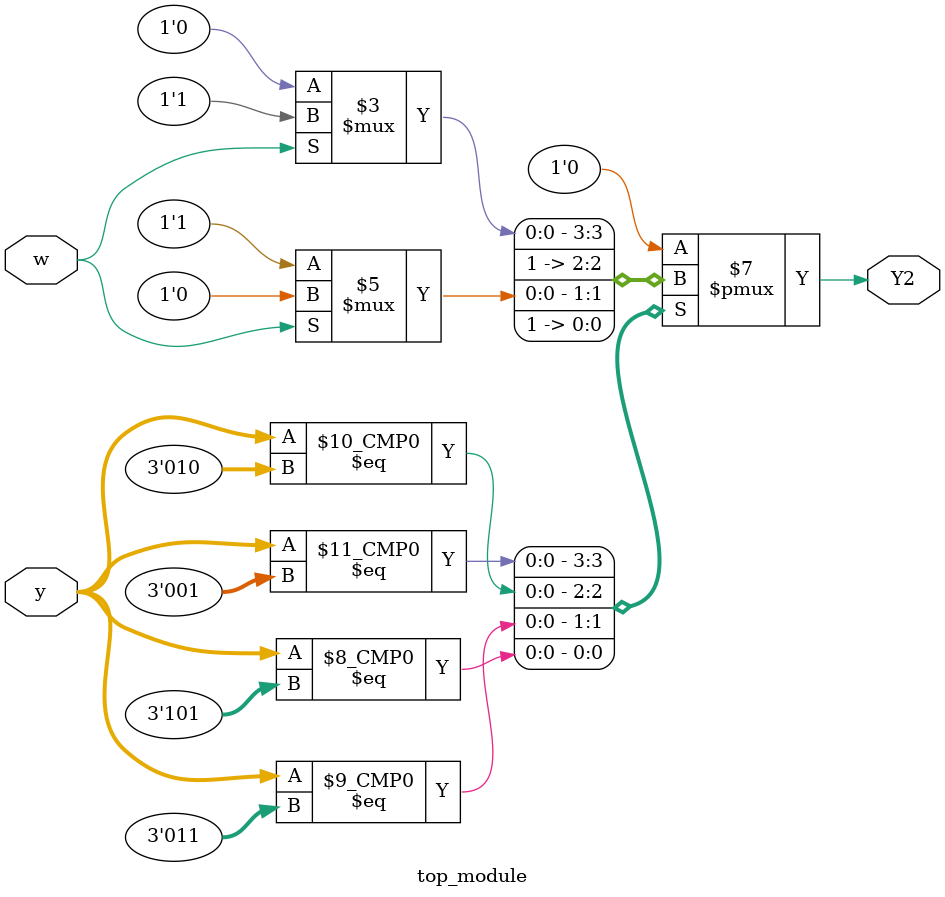
<source format=sv>
module top_module(
    input [3:1] y,
    input w,
    output reg Y2);

    // Define states using parameters for readability
    parameter A = 3'b000;
    parameter B = 3'b001;
    parameter C = 3'b010;
    parameter D = 3'b011;
    parameter E = 3'b100;
    parameter F = 3'b101;

    always @(*) begin
        case (y)
            A:  Y2 = 1'b0; // A to any state has Y2 = 0
            B:  Y2 = (w == 1'b0) ? 1'b0 : 1'b1; // B -> C (w=0, Y2=0), B -> D (w=1, Y2=1)
            C:  Y2 = 1'b1; // C to any state has Y2 = 1
            D:  Y2 = (w == 1'b0) ? 1'b1 : 1'b0; // D -> F (w=0, Y2=1), D -> A (w=1, Y2=0)
            E:  Y2 = 1'b0; // E to any state has Y2 = 0
            F:  Y2 = 1'b1; // F to any state has Y2 = 1
            default: Y2 = 1'b0; // default case (should not happen)
        endcase
    end
endmodule

</source>
